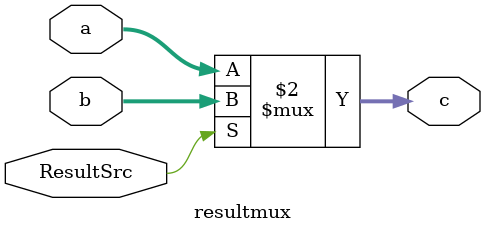
<source format=v>
module resultmux(a , b , c , ResultSrc);
    input [31:0] a, b;
    input ResultSrc;

    output [31:0] c;

    assign c = (ResultSrc == 1'b0) ? a : b;
endmodule
</source>
